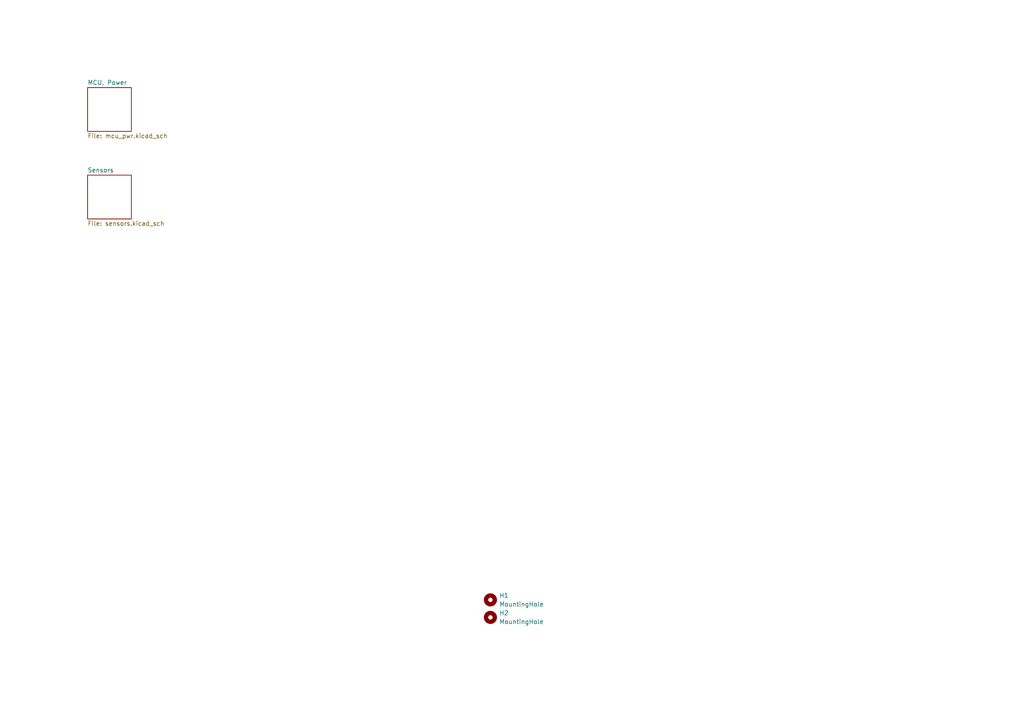
<source format=kicad_sch>
(kicad_sch (version 20211123) (generator eeschema)
  (paper "A4")
  (title_block (title "ESPHome MultiPresence Sensor") (rev "1.0"))
  (lib_symbols
    (symbol "Mechanical:MountingHole" (pin_names (offset 1.016))
      (property "Reference" "H" (at 0 5.08 0))
      (property "Value" "MountingHole" (at 0 3.175 0))
      (symbol "MountingHole_0_1"
        (circle (center 0 0) (radius 1.27) (stroke (width 1.27)))
      )
    )
  )
  (text "TODO\n- assign gpio\n" (at -57.15 12.7 0) (effects (font (size 1.27 1.27)) (justify left bottom)))
  (symbol (lib_id "Mechanical:MountingHole") (at 142.24 179.07 0) (unit 1)
    (property "Reference" "H2" (at 144.78 177.7999 0) (effects (justify left)))
    (property "Value" "MountingHole" (at 144.78 180.3399 0) (effects (justify left)))
    (property "Footprint" "MountingHole:MountingHole_3.2mm_M3_Pad_Via" (effects hide))
  )
  (symbol (lib_id "Mechanical:MountingHole") (at 142.24 173.99 0) (unit 1)
    (property "Reference" "H1" (at 144.78 172.7199 0) (effects (justify left)))
    (property "Value" "MountingHole" (at 144.78 175.2599 0) (effects (justify left)))
    (property "Footprint" "MountingHole:MountingHole_3.2mm_M3_Pad_Via" (effects hide))
  )
  (sheet (at 25.4 25.4) (size 12.7 12.7) (stroke (width 0.1524))
    (property "Sheet name" "MCU, Power" (at 25.4 24.6884 0) (effects (justify left bottom)))
    (property "Sheet file" "mcu_pwr.kicad_sch" (at 25.4 38.6846 0) (effects (justify left top)))
  )
  (sheet (at 25.4 50.8) (size 12.7 12.7) (stroke (width 0.1524))
    (property "Sheet name" "Sensors" (at 25.4 50.0884 0) (effects (justify left bottom)))
    (property "Sheet file" "sensors.kicad_sch" (at 25.4 64.0846 0) (effects (justify left top)))
  )
)
</source>
